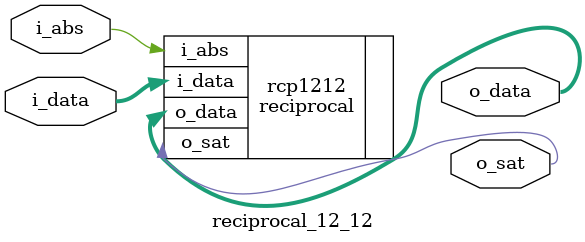
<source format=v>

module reciprocal_12_12 (
    input   wire [23:0] i_data,
    input   wire        i_abs,  // 1=we want the absolute value only.
    output  wire [23:0] o_data,
    output  wire        o_sat   // 1=saturated
);
    reciprocal #(.M(12), .N(12)) rcp1212 (
        .i_data (i_data),
        .i_abs  (i_abs),
        .o_data (o_data),
        .o_sat  (o_sat)
    );
endmodule

</source>
